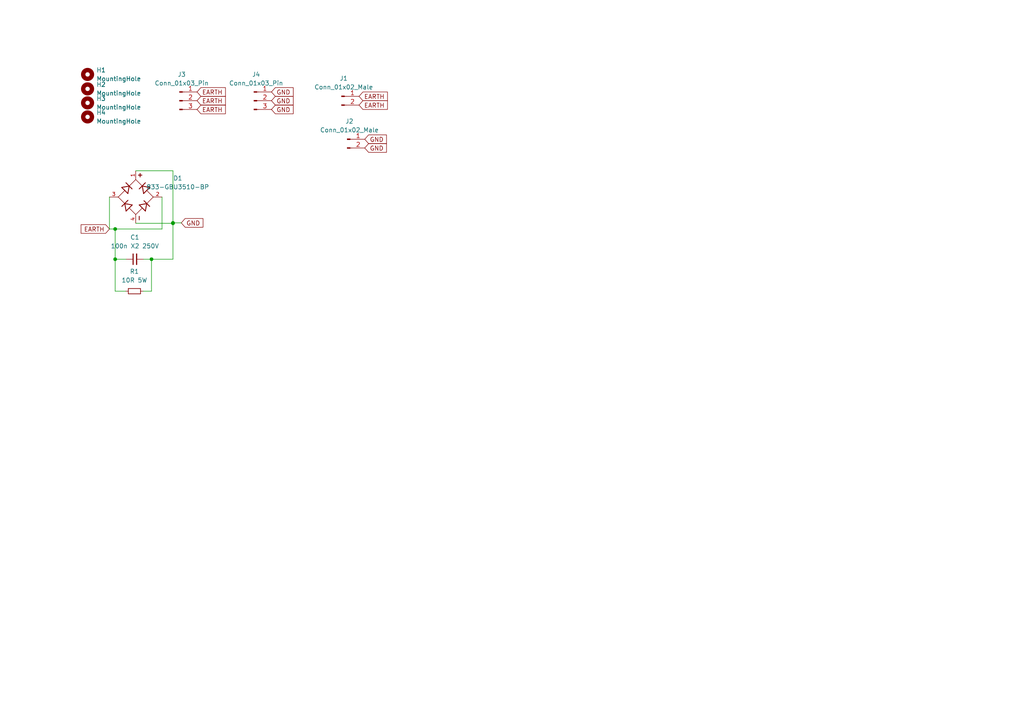
<source format=kicad_sch>
(kicad_sch (version 20231120) (generator "eeschema") (generator_version "8.0")
  (paper "A4")
  (lib_symbols
    (symbol "Connector:Conn_01x02_Male" (pin_names (offset 1.016) hide)
      (property "Reference" "J" (at 0 2.54 0))
      (property "Value" "Conn_01x02_Male" (at 0 -5.08 0))
      (symbol "Conn_01x02_Male_1_1"
        (polyline (pts (xy 1.27 -2.54) (xy 0.8636 -2.54)) (stroke (width 0.1524)))
        (polyline (pts (xy 1.27 0) (xy 0.8636 0)) (stroke (width 0.1524)))
        (rectangle (start 0.8636 -2.413) (end 0 -2.667) (stroke (width 0.1524)) (fill (type outline)))
        (rectangle (start 0.8636 0.127) (end 0 -0.127) (stroke (width 0.1524)) (fill (type outline)))
        (pin passive line (at 5.08 0 180) (length 3.81) (name "Pin_1") (number "1"))
        (pin passive line (at 5.08 -2.54 180) (length 3.81) (name "Pin_2") (number "2"))
      )
    )
    (symbol "Connector:Conn_01x03_Pin" (pin_names (offset 1.016) hide)
      (property "Reference" "J" (at 0 5.08 0))
      (property "Value" "Conn_01x03_Pin" (at 0 -5.08 0))
      (symbol "Conn_01x03_Pin_1_1"
        (polyline (pts (xy 1.27 -2.54) (xy 0.8636 -2.54)) (stroke (width 0.1524)))
        (polyline (pts (xy 1.27 0) (xy 0.8636 0)) (stroke (width 0.1524)))
        (polyline (pts (xy 1.27 2.54) (xy 0.8636 2.54)) (stroke (width 0.1524)))
        (rectangle (start 0.8636 -2.413) (end 0 -2.667) (stroke (width 0.1524)) (fill (type outline)))
        (rectangle (start 0.8636 0.127) (end 0 -0.127) (stroke (width 0.1524)) (fill (type outline)))
        (rectangle (start 0.8636 2.667) (end 0 2.413) (stroke (width 0.1524)) (fill (type outline)))
        (pin passive line (at 5.08 2.54 180) (length 3.81) (name "Pin_1") (number "1"))
        (pin passive line (at 5.08 0 180) (length 3.81) (name "Pin_2") (number "2"))
        (pin passive line (at 5.08 -2.54 180) (length 3.81) (name "Pin_3") (number "3"))
      )
    )
    (symbol "Device:C_Small" (pin_numbers hide) (pin_names (offset 0.254) hide)
      (property "Reference" "C" (at 0.254 1.778 0))
      (property "Value" "C_Small" (at 0.254 -2.032 0))
      (symbol "C_Small_0_1"
        (polyline (pts (xy -1.524 -0.508) (xy 1.524 -0.508)) (stroke (width 0.3302)))
        (polyline (pts (xy -1.524 0.508) (xy 1.524 0.508)) (stroke (width 0.3048)))
      )
      (symbol "C_Small_1_1"
        (pin passive line (at 0 2.54 270) (length 2.032) (name "~") (number "1"))
        (pin passive line (at 0 -2.54 90) (length 2.032) (name "~") (number "2"))
      )
    )
    (symbol "Device:R_Small" (pin_numbers hide) (pin_names (offset 0.254) hide)
      (property "Reference" "R" (at 0.762 0.508 0))
      (property "Value" "R_Small" (at 0.762 -1.016 0))
      (symbol "R_Small_0_1"
        (rectangle (start -0.762 1.778) (end 0.762 -1.778) (stroke (width 0.2032)))
      )
      (symbol "R_Small_1_1"
        (pin passive line (at 0 2.54 270) (length 0.762) (name "~") (number "1"))
        (pin passive line (at 0 -2.54 90) (length 0.762) (name "~") (number "2"))
      )
    )
    (symbol "GBJ2510-F:GBJ2510-F" (pin_names (offset 1.016) hide)
      (property "Reference" "D" (at 5.08 5.08 0))
      (property "Value" "GBJ2510-F" (at 5.08 -7.62 0))
      (symbol "GBJ2510-F_0_0"
        (polyline (pts (xy -6.858 1.27) (xy -5.842 1.27)) (stroke (width 0.254)))
        (polyline (pts (xy -6.35 0.762) (xy -6.35 1.778)) (stroke (width 0.254)))
        (polyline (pts (xy -5.08 0) (xy -3.175 -1.905)) (stroke (width 0.1524)))
        (polyline (pts (xy -3.175 -1.905) (xy -2.794 -4.064)) (stroke (width 0.254)))
        (polyline (pts (xy -3.175 -1.905) (xy -1.016 -2.286)) (stroke (width 0.254)))
        (polyline (pts (xy -3.175 1.905) (xy -5.08 0)) (stroke (width 0.1524)))
        (polyline (pts (xy -3.175 1.905) (xy -2.794 4.064)) (stroke (width 0.254)))
        (polyline (pts (xy -3.175 1.905) (xy -1.016 2.286)) (stroke (width 0.254)))
        (polyline (pts (xy -2.3622 -1.0668) (xy -4.1402 -2.8448)) (stroke (width 0.254)))
        (polyline (pts (xy -2.3622 1.016) (xy -4.1402 2.794)) (stroke (width 0.254)))
        (polyline (pts (xy -1.016 -2.286) (xy -2.794 -4.064)) (stroke (width 0.254)))
        (polyline (pts (xy -1.016 2.286) (xy -2.794 4.064)) (stroke (width 0.254)))
        (polyline (pts (xy 0 -5.08) (xy -1.8034 -3.2766)) (stroke (width 0.1524)))
        (polyline (pts (xy 0 -5.08) (xy 1.905 -3.175)) (stroke (width 0.1524)))
        (polyline (pts (xy 0 5.08) (xy -1.8034 3.2766)) (stroke (width 0.1524)))
        (polyline (pts (xy 1.905 -3.175) (xy 2.286 -1.016)) (stroke (width 0.254)))
        (polyline (pts (xy 1.905 -3.175) (xy 4.064 -2.794)) (stroke (width 0.254)))
        (polyline (pts (xy 1.905 3.175) (xy 0 5.08)) (stroke (width 0.1524)))
        (polyline (pts (xy 1.905 3.175) (xy 2.286 1.016)) (stroke (width 0.254)))
        (polyline (pts (xy 1.905 3.175) (xy 4.064 2.794)) (stroke (width 0.254)))
        (polyline (pts (xy 2.7178 -4.0386) (xy 0.9398 -2.2606)) (stroke (width 0.254)))
        (polyline (pts (xy 2.7178 4.0386) (xy 1.0668 2.3876)) (stroke (width 0.254)))
        (polyline (pts (xy 3.2766 -1.8034) (xy 5.08 0)) (stroke (width 0.1524)))
        (polyline (pts (xy 4.064 -2.794) (xy 2.286 -1.016)) (stroke (width 0.254)))
        (polyline (pts (xy 4.064 2.794) (xy 2.286 1.016)) (stroke (width 0.254)))
        (polyline (pts (xy 5.08 0) (xy 3.2766 1.8034)) (stroke (width 0.1524)))
        (polyline (pts (xy 5.588 1.016) (xy 6.604 1.016)) (stroke (width 0.254)))
        (pin passive line (at -7.62 0 0) (length 2.54) (name "~") (number "1"))
        (pin passive line (at 0 7.62 270) (length 2.54) (name "~") (number "2"))
        (pin passive line (at 0 -7.62 90) (length 2.54) (name "~") (number "3"))
        (pin passive line (at 7.62 0 180) (length 2.54) (name "~") (number "4"))
      )
    )
    (symbol "Mechanical:MountingHole" (pin_names (offset 1.016))
      (property "Reference" "H" (at 0 5.08 0))
      (property "Value" "MountingHole" (at 0 3.175 0))
      (symbol "MountingHole_0_1"
        (circle (center 0 0) (radius 1.27) (stroke (width 1.27)))
      )
    )
  )
  (junction (at 50.165 64.643))
  (junction (at 33.401 75.184))
  (junction (at 50.165 64.77))
  (junction (at 33.401 66.421))
  (junction (at 43.942 75.184))
  (wire (pts (xy 46.99 66.421) (xy 33.401 66.421)))
  (wire (pts (xy 43.942 75.184) (xy 50.165 75.184)))
  (wire (pts (xy 36.576 75.184) (xy 33.401 75.184)))
  (wire (pts (xy 46.99 57.15) (xy 46.99 66.421)))
  (wire (pts (xy 43.942 84.455) (xy 41.529 84.455)))
  (wire (pts (xy 33.401 84.455) (xy 36.449 84.455)))
  (wire (pts (xy 39.37 49.53) (xy 50.165 49.53)))
  (wire (pts (xy 50.165 49.53) (xy 50.165 64.643)))
  (wire (pts (xy 43.942 75.184) (xy 43.942 84.455)))
  (wire (pts (xy 41.656 75.184) (xy 43.942 75.184)))
  (wire (pts (xy 33.401 75.184) (xy 33.401 84.455)))
  (wire (pts (xy 33.401 66.421) (xy 31.75 66.421)))
  (wire (pts (xy 50.165 64.77) (xy 39.37 64.77)))
  (wire (pts (xy 33.401 66.421) (xy 33.401 75.184)))
  (wire (pts (xy 31.75 66.421) (xy 31.75 57.15)))
  (wire (pts (xy 50.165 64.643) (xy 50.165 64.77)))
  (wire (pts (xy 50.165 64.643) (xy 52.578 64.643)))
  (wire (pts (xy 50.165 75.184) (xy 50.165 64.77)))
  (global_label "EARTH" (shape input) (at 57.15 31.75 0) (property "Intersheetrefs" "${INTERSHEET_REFS}" (effects (hide yes))))
  (global_label "GND" (shape input) (at 78.74 26.67 0) (property "Intersheetrefs" "${INTERSHEET_REFS}" (effects (hide yes))))
  (global_label "GND" (shape input) (at 105.791 42.926 0) (property "Intersheetrefs" "${INTERSHEET_REFS}" (effects (hide yes))))
  (global_label "GND" (shape input) (at 78.74 31.75 0) (property "Intersheetrefs" "${INTERSHEET_REFS}" (effects (hide yes))))
  (global_label "GND" (shape input) (at 78.74 29.21 0) (property "Intersheetrefs" "${INTERSHEET_REFS}" (effects (hide yes))))
  (global_label "EARTH" (shape input) (at 104.14 30.48 0) (property "Intersheetrefs" "${INTERSHEET_REFS}" (effects (hide yes))))
  (global_label "EARTH" (shape input) (at 104.14 27.94 0) (property "Intersheetrefs" "${INTERSHEET_REFS}" (effects (hide yes))))
  (global_label "EARTH" (shape input) (at 31.75 66.421 180) (property "Intersheetrefs" "${INTERSHEET_REFS}" (effects (hide yes))))
  (global_label "EARTH" (shape input) (at 57.15 26.67 0) (property "Intersheetrefs" "${INTERSHEET_REFS}" (effects (hide yes))))
  (global_label "GND" (shape input) (at 52.578 64.643 0) (property "Intersheetrefs" "${INTERSHEET_REFS}" (effects (hide yes))))
  (global_label "GND" (shape input) (at 105.791 40.386 0) (property "Intersheetrefs" "${INTERSHEET_REFS}" (effects (hide yes))))
  (global_label "EARTH" (shape input) (at 57.15 29.21 0) (property "Intersheetrefs" "${INTERSHEET_REFS}" (effects (hide yes))))
  (symbol (lib_id "Device:R_Small") (at 38.989 84.455 90) (unit 1)
    (property "Reference" "R1" (at 38.989 78.74 90))
    (property "Value" "10R 5W" (at 38.989 81.28 90))
    (property "Footprint" "Resistor_THT:R_Axial_DIN0617_L17.0mm_D6.0mm_P25.40mm_Horizontal" (effects (hide yes)))
    (property "Mouser" " 594-AC05W10R00J " (effects (hide yes)))
  )
  (symbol (lib_id "Connector:Conn_01x03_Pin") (at 52.07 29.21 0) (unit 1)
    (property "Reference" "J3" (at 52.705 21.59 0))
    (property "Value" "Conn_01x03_Pin" (at 52.705 24.13 0))
    (property "Footprint" "TerminalBlock_Phoenix:TerminalBlock_Phoenix_PT-1,5-3-5.0-H_1x03_P5.00mm_Horizontal" (effects (hide yes)))
    (property "Description" "Generic connector, single row, 01x03, script generated" (effects (hide yes)))
  )
  (symbol (lib_id "GBJ2510-F:GBJ2510-F") (at 39.37 57.15 270) (unit 1)
    (property "Reference" "D1" (at 51.562 51.6888 90))
    (property "Value" "833-GBU3510-BP" (at 51.562 54.2288 90))
    (property "Footprint" "Diode_THT:Diode_Bridge_Vishay_GBU" (effects (hide yes)))
    (property "DESCRIPTION" "Diode Rectifier Bridge Single 1KV 35A 4-Pin_4+Tab_ Case GBJ Bulk/Tube" (effects (hide yes)))
    (property "MF" "Micro Commercial" (effects (hide yes)))
    (property "AVAILABILITY" "Unavailable" (effects (hide yes)))
    (property "MP" "GBJ3510-BP" (effects (hide yes)))
    (property "PACKAGE" "SIP-4 MCC" (effects (hide yes)))
    (property "PRICE" "None" (effects (hide yes)))
    (property "Mouser" "833-GBU3510-BP" (effects (hide yes)))
  )
  (symbol (lib_id "Mechanical:MountingHole") (at 25.4 25.781 0) (unit 1)
    (property "Reference" "H2" (at 27.94 24.5109 0) (effects (justify left)))
    (property "Value" "MountingHole" (at 27.94 27.0509 0) (effects (justify left)))
    (property "Footprint" "MountingHole:MountingHole_3.2mm_M3_DIN965_Pad_TopOnly" (effects (hide yes)))
  )
  (symbol (lib_id "Mechanical:MountingHole") (at 25.4 33.909 0) (unit 1)
    (property "Reference" "H4" (at 27.94 32.6389 0) (effects (justify left)))
    (property "Value" "MountingHole" (at 27.94 35.1789 0) (effects (justify left)))
    (property "Footprint" "MountingHole:MountingHole_3.2mm_M3_DIN965_Pad_TopOnly" (effects (hide yes)))
  )
  (symbol (lib_id "Device:C_Small") (at 39.116 75.184 90) (unit 1)
    (property "Reference" "C1" (at 39.116 68.834 90))
    (property "Value" "100n X2 250V" (at 39.116 71.374 90))
    (property "Footprint" "Capacitor_THT:C_Rect_L18.0mm_W5.0mm_P15.00mm_FKS3_FKP3" (effects (hide yes)))
    (property "Mouser" "871-B32922X2104K000" (effects (hide yes)))
  )
  (symbol (lib_id "Mechanical:MountingHole") (at 25.4 21.59 0) (unit 1)
    (property "Reference" "H1" (at 27.94 20.3199 0) (effects (justify left)))
    (property "Value" "MountingHole" (at 27.94 22.8599 0) (effects (justify left)))
    (property "Footprint" "MountingHole:MountingHole_3.2mm_M3_DIN965_Pad_TopOnly" (effects (hide yes)))
  )
  (symbol (lib_id "Connector:Conn_01x02_Male") (at 100.711 40.386 0) (unit 1)
    (property "Reference" "J2" (at 101.346 35.179 0))
    (property "Value" "Conn_01x02_Male" (at 101.346 37.719 0))
    (property "Footprint" "Connector_JST:JST_VH_B2P-VH-B_1x02_P3.96mm_Vertical" (effects (hide yes)))
  )
  (symbol (lib_id "Mechanical:MountingHole") (at 25.4 29.845 0) (unit 1)
    (property "Reference" "H3" (at 27.94 28.5749 0) (effects (justify left)))
    (property "Value" "MountingHole" (at 27.94 31.1149 0) (effects (justify left)))
    (property "Footprint" "MountingHole:MountingHole_3.2mm_M3_DIN965_Pad_TopOnly" (effects (hide yes)))
  )
  (symbol (lib_id "Connector:Conn_01x02_Male") (at 99.06 27.94 0) (unit 1)
    (property "Reference" "J1" (at 99.695 22.733 0))
    (property "Value" "Conn_01x02_Male" (at 99.695 25.273 0))
    (property "Footprint" "Connector_JST:JST_VH_B2P-VH-B_1x02_P3.96mm_Vertical" (effects (hide yes)))
  )
  (symbol (lib_id "Connector:Conn_01x03_Pin") (at 73.66 29.21 0) (unit 1)
    (property "Reference" "J4" (at 74.295 21.59 0))
    (property "Value" "Conn_01x03_Pin" (at 74.295 24.13 0))
    (property "Footprint" "TerminalBlock_Phoenix:TerminalBlock_Phoenix_PT-1,5-3-5.0-H_1x03_P5.00mm_Horizontal" (effects (hide yes)))
    (property "Description" "Generic connector, single row, 01x03, script generated" (effects (hide yes)))
  )
)
</source>
